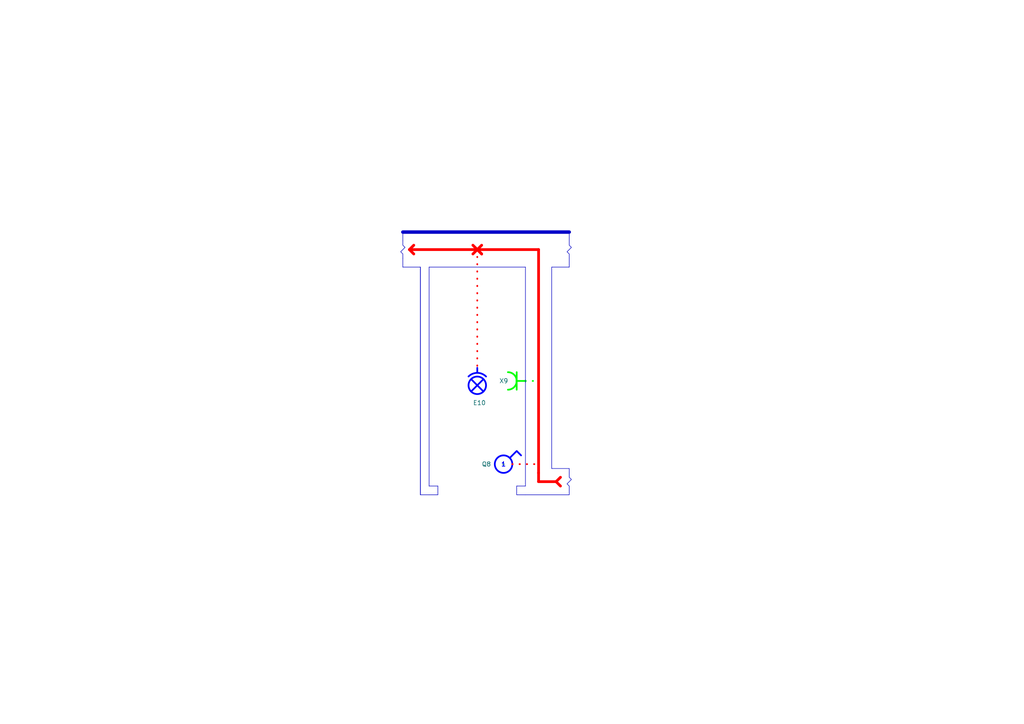
<source format=kicad_sch>
(kicad_sch (version 20230121) (generator eeschema)
  (paper "A4")
  (title_block (title "Projekt elektroinštalácie rodinného domu") (date "2024-05-09") (rev "1") (comment 4 "001-24") (comment 5 "Konanie stavby: 96901 Banská Štiavnica, Belianska 1770/15"))
  (lib_symbols
    (symbol "Wiring:Break" (in_bom no)
      (symbol "Break_0_1"
        (polyline (pts (xy -2.54 0) (xy -1.27 0) (xy -0.635 0.635) (xy 0.635 -0.635) (xy 1.27 0) (xy 2.54 0)) (stroke (width 0) (color 0 0 194 1)))
      )
    )
    (symbol "Wiring:Bulb_ceiling"
      (property "Reference" "E" (at 0 1.905 0))
      (symbol "Bulb_ceiling_0_1"
        (circle (center 0 -5.08) (radius 2.54) (stroke (width 0.5) (color 0 0 255 1)))
        (polyline (pts (xy 0 0) (xy 0 -1.27)) (stroke (width 0.5) (color 0 0 255 1)))
        (polyline (pts (xy 0 -5.08) (xy 1.778 -6.858) (xy -1.778 -3.302)) (stroke (width 0.5) (color 0 0 255 1)))
        (polyline (pts (xy 0 -5.08) (xy 1.778 -3.302) (xy -1.778 -6.858)) (stroke (width 0.5) (color 0 0 255 1)))
        (arc (start 2.5464 -2.524) (mid 0.0055 -1.4721) (end -2.5386 -2.5162) (stroke (width 0.5) (color 0 0 255 1)))
      )
    )
    (symbol "Wiring:In/out" (in_bom no)
      (symbol "In/out_0_1"
        (polyline (pts (xy 0 0) (xy 1.27 -1.27) (xy 0 0) (xy 1.27 1.27)) (stroke (width 0.8) (color 255 0 0 1)))
      )
    )
    (symbol "Wiring:Outlet"
      (property "Reference" "X" (at 5.08 -3.81 90))
      (symbol "Outlet_0_1"
        (arc (start 0 -2.54) (mid -1.7961 -3.2839) (end -2.54 -5.08) (stroke (width 0.5) (color 0 255 0 1)))
        (polyline (pts (xy 0 0) (xy 0 -2.54) (xy 0 -1.27)) (stroke (width 0.5) (color 0 255 0 1)))
        (polyline (pts (xy 0 -2.54) (xy 2.54 -2.54) (xy -2.54 -2.54) (xy -1.27 -2.54)) (stroke (width 0.5) (color 0 255 0 1)))
        (arc (start 2.54 -5.08) (mid 1.7961 -3.2839) (end 0 -2.54) (stroke (width 0.5) (color 0 255 0 1)))
      )
    )
    (symbol "Wiring:Switch_1"
      (property "Reference" "Q" (at 0 7.62 0))
      (symbol "Switch_1_0_1"
        (polyline (pts (xy 1.905 1.905) (xy 3.175 3.175) (xy 3.81 3.81) (xy 5.08 2.54)) (stroke (width 0.5) (color 0 0 255 1)))
        (circle (center 0 0) (radius 2.54) (stroke (width 0.5) (color 0 0 255 1)))
        (text "1" (at 0 0 0) (effects (font (size 1.27 1.27) bold)))
      )
    )
  )
  (polyline (pts (xy 152.4 77.47) (xy 152.4 140.97)))
  (polyline (pts (xy 156.21 137.16) (xy 156.21 139.7)) (stroke (width 0.8) (type solid) (color 255 0 0 1)))
  (polyline (pts (xy 116.84 77.47) (xy 121.92 77.47)))
  (polyline (pts (xy 124.46 77.47) (xy 152.4 77.47)))
  (polyline (pts (xy 160.02 77.47) (xy 165.1 77.47)))
  (polyline (pts (xy 118.745 72.39) (xy 137.795 72.39)) (stroke (width 0.8) (type solid) (color 255 0 0 1)))
  (polyline (pts (xy 121.92 143.51) (xy 121.92 77.47)))
  (polyline (pts (xy 124.46 143.51) (xy 121.92 143.51)))
  (polyline (pts (xy 124.46 77.47) (xy 124.46 140.97)))
  (polyline (pts (xy 152.4 110.49) (xy 156.21 110.49)) (stroke (width 0.5) (type dot) (color 0 255 0 1)))
  (polyline (pts (xy 156.21 72.39) (xy 156.21 137.16)) (stroke (width 0.8) (type solid) (color 255 0 0 1)))
  (polyline (pts (xy 137.16 73.66) (xy 139.7 71.12)) (stroke (width 0.8) (type solid) (color 255 0 0 1)))
  (polyline (pts (xy 124.46 143.51) (xy 127 143.51)))
  (polyline (pts (xy 152.4 140.97) (xy 149.86 140.97)))
  (polyline (pts (xy 116.84 67.31) (xy 116.84 69.85)))
  (polyline (pts (xy 165.1 142.24) (xy 165.1 143.51)))
  (polyline (pts (xy 139.7 73.66) (xy 138.43 72.39)) (stroke (width 0.8) (type solid) (color 255 0 0 1)))
  (polyline (pts (xy 138.43 72.39) (xy 138.43 106.68)) (stroke (width 0.5) (type dot) (color 255 0 0 1)))
  (polyline (pts (xy 156.21 139.7) (xy 161.29 139.7)) (stroke (width 0.8) (type solid) (color 255 0 0 1)))
  (polyline (pts (xy 165.1 74.93) (xy 165.1 77.47)))
  (polyline (pts (xy 116.84 67.31) (xy 165.1 67.31)) (stroke (width 1)))
  (polyline (pts (xy 148.59 134.62) (xy 156.21 134.62)) (stroke (width 0.5) (type dot) (color 255 0 0 1)))
  (polyline (pts (xy 138.43 72.39) (xy 156.21 72.39)) (stroke (width 0.8) (type solid) (color 255 0 0 1)))
  (polyline (pts (xy 127 143.51) (xy 127 140.97)))
  (polyline (pts (xy 165.1 67.31) (xy 165.1 69.85)))
  (polyline (pts (xy 165.1 143.51) (xy 152.4 143.51)))
  (polyline (pts (xy 160.02 77.47) (xy 160.02 135.89)))
  (polyline (pts (xy 127 140.97) (xy 124.46 140.97)))
  (polyline (pts (xy 137.16 71.12) (xy 139.7 73.66)) (stroke (width 0.8) (type solid) (color 255 0 0 1)))
  (polyline (pts (xy 121.92 143.51) (xy 121.92 77.47)))
  (polyline (pts (xy 165.1 135.89) (xy 165.1 137.16)))
  (polyline (pts (xy 116.84 74.93) (xy 116.84 77.47)))
  (polyline (pts (xy 160.02 135.89) (xy 165.1 135.89)))
  (polyline (pts (xy 152.4 143.51) (xy 149.86 143.51)))
  (polyline (pts (xy 149.86 140.97) (xy 149.86 143.51)))
  (symbol (lib_id "Wiring:Break") (at 116.84 72.39 90) (unit 1) (in_bom no)
    (property "Reference" "~15" (effects hide))
  )
  (symbol (lib_id "Wiring:In/out") (at 161.29 139.7 0) (unit 1) (in_bom no)
    (property "Reference" "~16" (effects hide))
    (property "Value" "In/out" (effects hide))
  )
  (symbol (lib_id "Wiring:Bulb_ceiling") (at 138.43 106.68 0) (unit 1)
    (property "Reference" "E10" (at 137.16 116.84 0) (effects (justify left)))
  )
  (symbol (lib_id "Wiring:In/out") (at 118.745 72.39 0) (unit 1) (in_bom no)
    (property "Reference" "~45" (effects hide))
    (property "Value" "In/out" (effects hide))
  )
  (symbol (lib_id "Wiring:Switch_1") (at 146.05 134.62 0) (unit 1)
    (property "Reference" "Q8" (at 139.7 134.62 0) (effects (justify left)))
    (property "Value" "~" (at 146.05 134.62 0))
  )
  (symbol (lib_id "Wiring:Outlet") (at 152.4 110.49 270) (unit 1)
    (property "Reference" "X9" (at 144.78 110.49 90) (effects (justify left)))
    (property "Value" "~" (at 152.4 110.49 0))
  )
  (symbol (lib_id "Wiring:Break") (at 165.1 139.7 90) (unit 1) (in_bom no)
    (property "Reference" "~13" (effects hide))
  )
  (symbol (lib_id "Wiring:Break") (at 165.1 72.39 90) (unit 1) (in_bom no)
    (property "Reference" "~14" (effects hide))
  )
)
</source>
